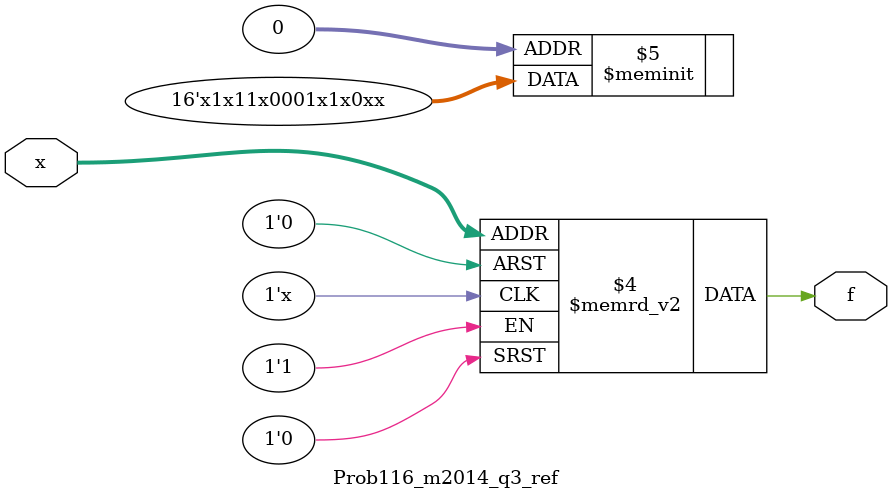
<source format=sv>

module Prob116_m2014_q3_ref (
  input [3:0] x,
  output logic f
);

  always_comb begin
    case (x)
      4'h0: f = 1'bx;
      4'h1: f = 1'bx;
      4'h2: f = 0;
      4'h3: f = 1'bx;
      4'h4: f = 1;
      4'h5: f = 1'bx;
      4'h6: f = 1;
      4'h7: f = 0;
      4'h8: f = 0;
      4'h9: f = 0;
      4'ha: f = 1'bx;
      4'hb: f = 1;
      4'hc: f = 1;
      4'hd: f = 1'bx;
      4'he: f = 1;
      4'hf: f = 1'bx;
    endcase
  end

endmodule


</source>
